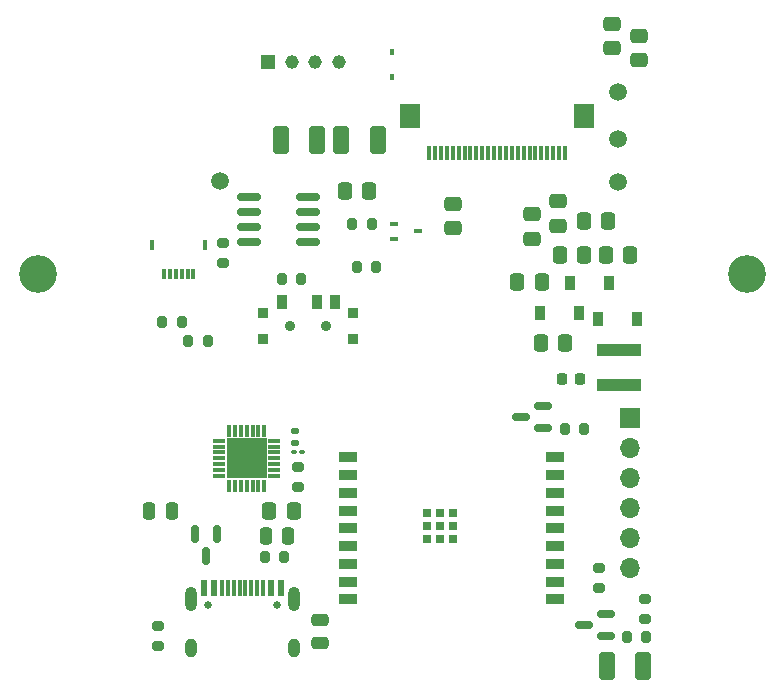
<source format=gts>
G04 #@! TF.GenerationSoftware,KiCad,Pcbnew,6.0.11-2627ca5db0~126~ubuntu20.04.1*
G04 #@! TF.CreationDate,2023-02-16T11:57:51+01:00*
G04 #@! TF.ProjectId,C3-27-epaper-touch,43332d32-372d-4657-9061-7065722d746f,rev?*
G04 #@! TF.SameCoordinates,Original*
G04 #@! TF.FileFunction,Soldermask,Top*
G04 #@! TF.FilePolarity,Negative*
%FSLAX46Y46*%
G04 Gerber Fmt 4.6, Leading zero omitted, Abs format (unit mm)*
G04 Created by KiCad (PCBNEW 6.0.11-2627ca5db0~126~ubuntu20.04.1) date 2023-02-16 11:57:51*
%MOMM*%
%LPD*%
G01*
G04 APERTURE LIST*
G04 Aperture macros list*
%AMRoundRect*
0 Rectangle with rounded corners*
0 $1 Rounding radius*
0 $2 $3 $4 $5 $6 $7 $8 $9 X,Y pos of 4 corners*
0 Add a 4 corners polygon primitive as box body*
4,1,4,$2,$3,$4,$5,$6,$7,$8,$9,$2,$3,0*
0 Add four circle primitives for the rounded corners*
1,1,$1+$1,$2,$3*
1,1,$1+$1,$4,$5*
1,1,$1+$1,$6,$7*
1,1,$1+$1,$8,$9*
0 Add four rect primitives between the rounded corners*
20,1,$1+$1,$2,$3,$4,$5,0*
20,1,$1+$1,$4,$5,$6,$7,0*
20,1,$1+$1,$6,$7,$8,$9,0*
20,1,$1+$1,$8,$9,$2,$3,0*%
G04 Aperture macros list end*
%ADD10C,1.500000*%
%ADD11R,0.450000X0.600000*%
%ADD12RoundRect,0.250000X-0.337500X-0.475000X0.337500X-0.475000X0.337500X0.475000X-0.337500X0.475000X0*%
%ADD13R,1.498600X0.889000*%
%ADD14R,0.711200X0.711200*%
%ADD15RoundRect,0.150000X0.587500X0.150000X-0.587500X0.150000X-0.587500X-0.150000X0.587500X-0.150000X0*%
%ADD16RoundRect,0.250000X0.475000X-0.337500X0.475000X0.337500X-0.475000X0.337500X-0.475000X-0.337500X0*%
%ADD17RoundRect,0.250000X0.337500X0.475000X-0.337500X0.475000X-0.337500X-0.475000X0.337500X-0.475000X0*%
%ADD18C,0.650000*%
%ADD19R,0.600000X1.450000*%
%ADD20R,0.300000X1.450000*%
%ADD21O,1.000000X2.100000*%
%ADD22O,1.000000X1.600000*%
%ADD23RoundRect,0.150000X-0.150000X0.587500X-0.150000X-0.587500X0.150000X-0.587500X0.150000X0.587500X0*%
%ADD24RoundRect,0.200000X0.275000X-0.200000X0.275000X0.200000X-0.275000X0.200000X-0.275000X-0.200000X0*%
%ADD25RoundRect,0.200000X-0.200000X-0.275000X0.200000X-0.275000X0.200000X0.275000X-0.200000X0.275000X0*%
%ADD26RoundRect,0.250000X0.412500X0.925000X-0.412500X0.925000X-0.412500X-0.925000X0.412500X-0.925000X0*%
%ADD27RoundRect,0.150000X-0.825000X-0.150000X0.825000X-0.150000X0.825000X0.150000X-0.825000X0.150000X0*%
%ADD28RoundRect,0.250000X-0.475000X0.337500X-0.475000X-0.337500X0.475000X-0.337500X0.475000X0.337500X0*%
%ADD29RoundRect,0.200000X0.200000X0.275000X-0.200000X0.275000X-0.200000X-0.275000X0.200000X-0.275000X0*%
%ADD30C,3.200000*%
%ADD31C,0.889000*%
%ADD32R,0.889000X1.244600*%
%ADD33R,0.812800X0.939800*%
%ADD34RoundRect,0.250000X-0.475000X0.250000X-0.475000X-0.250000X0.475000X-0.250000X0.475000X0.250000X0*%
%ADD35R,0.304800X1.193800*%
%ADD36R,1.803400X2.006600*%
%ADD37R,0.900000X1.200000*%
%ADD38RoundRect,0.250000X-0.250000X-0.475000X0.250000X-0.475000X0.250000X0.475000X-0.250000X0.475000X0*%
%ADD39RoundRect,0.200000X-0.275000X0.200000X-0.275000X-0.200000X0.275000X-0.200000X0.275000X0.200000X0*%
%ADD40RoundRect,0.250000X0.250000X0.475000X-0.250000X0.475000X-0.250000X-0.475000X0.250000X-0.475000X0*%
%ADD41RoundRect,0.250000X-0.412500X-0.925000X0.412500X-0.925000X0.412500X0.925000X-0.412500X0.925000X0*%
%ADD42R,0.304800X0.812800*%
%ADD43R,0.406400X0.812800*%
%ADD44R,0.300000X1.000000*%
%ADD45R,1.000000X0.300000*%
%ADD46R,3.350000X3.350000*%
%ADD47RoundRect,0.135000X-0.185000X0.135000X-0.185000X-0.135000X0.185000X-0.135000X0.185000X0.135000X0*%
%ADD48R,1.150000X1.150000*%
%ADD49C,1.150000*%
%ADD50R,1.700000X1.700000*%
%ADD51O,1.700000X1.700000*%
%ADD52R,0.700000X0.450000*%
%ADD53RoundRect,0.225000X-0.225000X-0.250000X0.225000X-0.250000X0.225000X0.250000X-0.225000X0.250000X0*%
%ADD54R,3.708400X1.092200*%
%ADD55RoundRect,0.100000X-0.130000X-0.100000X0.130000X-0.100000X0.130000X0.100000X-0.130000X0.100000X0*%
G04 APERTURE END LIST*
D10*
X156550000Y-82300000D03*
D11*
X137471501Y-73420000D03*
X137471501Y-71320000D03*
D12*
X133475000Y-83050000D03*
X135550000Y-83050000D03*
D10*
X122900000Y-82250000D03*
D13*
X151264000Y-117655087D03*
X151264000Y-116155087D03*
X151264000Y-114655085D03*
X151264000Y-113155086D03*
X151264000Y-111655086D03*
X151264000Y-110155087D03*
X151264000Y-108655087D03*
X151264000Y-107155085D03*
X151264000Y-105655085D03*
X133764000Y-105655085D03*
X133764000Y-107155085D03*
X133764000Y-108655087D03*
X133764000Y-110155087D03*
X133764000Y-111655086D03*
X133764000Y-113155086D03*
X133764000Y-114655085D03*
X133764000Y-116155087D03*
X133764000Y-117655087D03*
D14*
X142658198Y-112555110D03*
X141558198Y-112555110D03*
X140458198Y-112555110D03*
X142658300Y-111455112D03*
X141558300Y-111455112D03*
X140458299Y-111455112D03*
X142658198Y-110355114D03*
X141558198Y-110355114D03*
X140458198Y-110355114D03*
D15*
X155587500Y-120800000D03*
X155587500Y-118900000D03*
X153712500Y-119850000D03*
D16*
X149300000Y-87137500D03*
X149300000Y-85062500D03*
D17*
X152137500Y-96000000D03*
X150062500Y-96000000D03*
D18*
X127690000Y-118150000D03*
X121910000Y-118150000D03*
D19*
X121550000Y-116705000D03*
X122350000Y-116705000D03*
D20*
X123550000Y-116705000D03*
X124550000Y-116705000D03*
X125050000Y-116705000D03*
X126050000Y-116705000D03*
D19*
X127250000Y-116705000D03*
X128050000Y-116705000D03*
X128050000Y-116705000D03*
X127250000Y-116705000D03*
D20*
X126550000Y-116705000D03*
X125550000Y-116705000D03*
X124050000Y-116705000D03*
X123050000Y-116705000D03*
D19*
X122350000Y-116705000D03*
X121550000Y-116705000D03*
D21*
X129120000Y-117620000D03*
D22*
X129120000Y-121800000D03*
X120480000Y-121800000D03*
D21*
X120480000Y-117620000D03*
D23*
X122650000Y-112125000D03*
X120750000Y-112125000D03*
X121700000Y-114000000D03*
D24*
X129510000Y-108125000D03*
X129510000Y-106475000D03*
D12*
X155550000Y-88500000D03*
X157625000Y-88500000D03*
D25*
X128125000Y-90550000D03*
X129775000Y-90550000D03*
D26*
X131137500Y-78800000D03*
X128062500Y-78800000D03*
D17*
X155787500Y-85650000D03*
X153712500Y-85650000D03*
D27*
X125375000Y-83595000D03*
X125375000Y-84865000D03*
X125375000Y-86135000D03*
X125375000Y-87405000D03*
X130325000Y-87405000D03*
X130325000Y-86135000D03*
X130325000Y-84865000D03*
X130325000Y-83595000D03*
D28*
X158400000Y-69962500D03*
X158400000Y-72037500D03*
D25*
X134475000Y-89530000D03*
X136125000Y-89530000D03*
D29*
X158980000Y-120820000D03*
X157330000Y-120820000D03*
D10*
X156550000Y-74750000D03*
D30*
X107450000Y-90100000D03*
D16*
X156100000Y-71000000D03*
X156100000Y-68925000D03*
D29*
X153745000Y-103210000D03*
X152095000Y-103210000D03*
D31*
X128851400Y-94530000D03*
X131848600Y-94530000D03*
D32*
X128102100Y-92454820D03*
X131099300Y-92454820D03*
X132597900Y-92454820D03*
D33*
X126550160Y-93399700D03*
X134149840Y-93399700D03*
X126550160Y-95660300D03*
X134149840Y-95660300D03*
D34*
X131400000Y-119450000D03*
X131400000Y-121350000D03*
D35*
X152100001Y-79895600D03*
X151600000Y-79895600D03*
X151100001Y-79895600D03*
X150599999Y-79895600D03*
X150100000Y-79895600D03*
X149600001Y-79895600D03*
X149100000Y-79895600D03*
X148600001Y-79895600D03*
X148099999Y-79895600D03*
X147600000Y-79895600D03*
X147100001Y-79895600D03*
X146600000Y-79895600D03*
X146100000Y-79895600D03*
X145599999Y-79895600D03*
X145100000Y-79895600D03*
X144600001Y-79895600D03*
X144099999Y-79895600D03*
X143600000Y-79895600D03*
X143099999Y-79895600D03*
X142600000Y-79895600D03*
X142100001Y-79895600D03*
X141599999Y-79895600D03*
X141100000Y-79895600D03*
X140600001Y-79895600D03*
D36*
X153750000Y-76745601D03*
X138950000Y-76745601D03*
D17*
X153737500Y-88500000D03*
X151662500Y-88500000D03*
D25*
X126675000Y-114100000D03*
X128325000Y-114100000D03*
D15*
X150237500Y-103190000D03*
X150237500Y-101290000D03*
X148362500Y-102240000D03*
D37*
X155800000Y-90850000D03*
X152500000Y-90850000D03*
D38*
X126750000Y-112300000D03*
X128650000Y-112300000D03*
D39*
X123150000Y-87525000D03*
X123150000Y-89175000D03*
D29*
X119650000Y-94200000D03*
X118000000Y-94200000D03*
D40*
X118800000Y-110200000D03*
X116900000Y-110200000D03*
D41*
X155625000Y-123270000D03*
X158700000Y-123270000D03*
D17*
X129157500Y-110180000D03*
X127082500Y-110180000D03*
D29*
X135725000Y-85850000D03*
X134075000Y-85850000D03*
D42*
X118150000Y-90139000D03*
X118649999Y-90139000D03*
X119150001Y-90139000D03*
X119650000Y-90139000D03*
X120150001Y-90139000D03*
X120650000Y-90139000D03*
D43*
X121650001Y-87625878D03*
X117149999Y-87625878D03*
D25*
X120200000Y-95820000D03*
X121850000Y-95820000D03*
D39*
X117650000Y-119925000D03*
X117650000Y-121575000D03*
D16*
X142600000Y-86237500D03*
X142600000Y-84162500D03*
D44*
X123650000Y-108075000D03*
X124150000Y-108075000D03*
X124650000Y-108075000D03*
X125150000Y-108075000D03*
X125650000Y-108075000D03*
X126150000Y-108075000D03*
X126650000Y-108075000D03*
D45*
X127500000Y-107225000D03*
X127500000Y-106725000D03*
X127500000Y-106225000D03*
X127500000Y-105725000D03*
X127500000Y-105225000D03*
X127500000Y-104725000D03*
X127500000Y-104225000D03*
D44*
X126650000Y-103375000D03*
X126150000Y-103375000D03*
X125650000Y-103375000D03*
X125150000Y-103375000D03*
X124650000Y-103375000D03*
X124150000Y-103375000D03*
X123650000Y-103375000D03*
D45*
X122800000Y-104225000D03*
X122800000Y-104725000D03*
X122800000Y-105225000D03*
X122800000Y-105725000D03*
X122800000Y-106225000D03*
X122800000Y-106725000D03*
X122800000Y-107225000D03*
D46*
X125150000Y-105725000D03*
D47*
X129260000Y-103410000D03*
X129260000Y-104430000D03*
D48*
X126971501Y-72200000D03*
D49*
X128971502Y-72200000D03*
X130971501Y-72200000D03*
X132971502Y-72200000D03*
D37*
X150000000Y-93450000D03*
X153300000Y-93450000D03*
D17*
X150137500Y-90800000D03*
X148062500Y-90800000D03*
D50*
X157650000Y-102350000D03*
D51*
X157650000Y-104890000D03*
X157650000Y-107430000D03*
X157650000Y-109970000D03*
X157650000Y-112510000D03*
X157650000Y-115050000D03*
D41*
X133162500Y-78800000D03*
X136237500Y-78800000D03*
D10*
X156550000Y-78650000D03*
D52*
X137650000Y-85850000D03*
X137650000Y-87150000D03*
X139650000Y-86500000D03*
D53*
X151850000Y-99050000D03*
X153400000Y-99050000D03*
D24*
X155000000Y-116675000D03*
X155000000Y-115025000D03*
D54*
X156650000Y-96551400D03*
X156650000Y-99548600D03*
D37*
X158200000Y-93950000D03*
X154900000Y-93950000D03*
D55*
X129160000Y-105220000D03*
X129800000Y-105220000D03*
D30*
X167500000Y-90100000D03*
D16*
X151550000Y-86037500D03*
X151550000Y-83962500D03*
D39*
X158910000Y-117665000D03*
X158910000Y-119315000D03*
M02*

</source>
